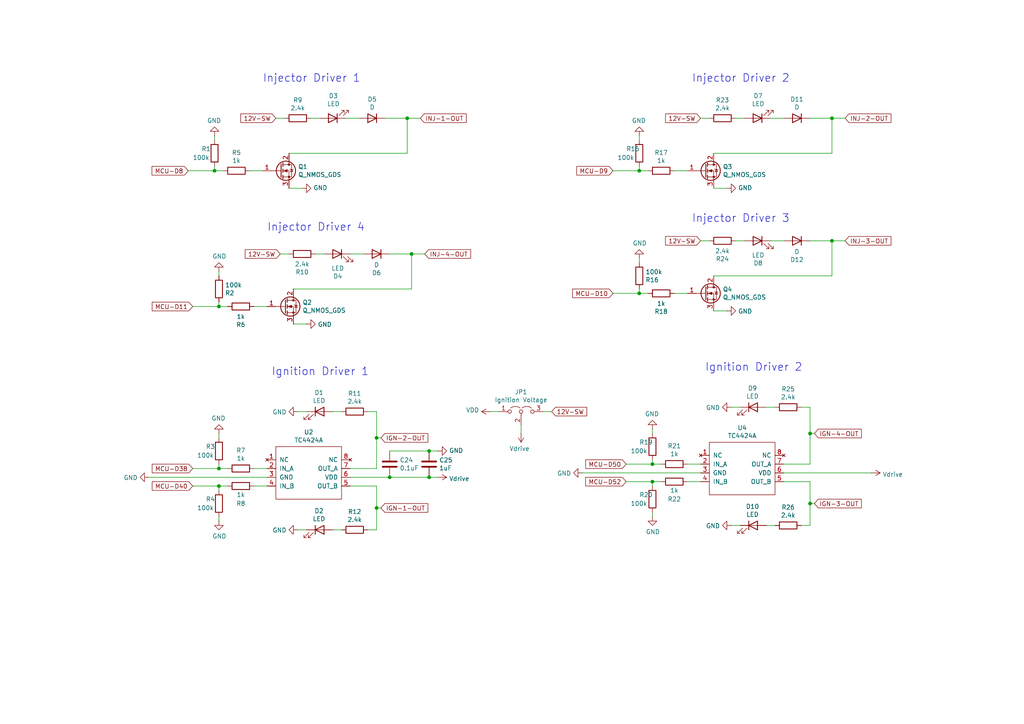
<source format=kicad_sch>
(kicad_sch (version 20250114) (generator "eeschema") (generator_version "9.0")
  (paper "A4")
  (title_block (title "0.4") (date "2021-03-27") (rev "4d") (company "Speeduino"))
  (lib_symbols
    (symbol "Device:C" (pin_numbers (hide yes)) (pin_names (offset 0.254))
      (property "Reference" "C" (at 0.635 2.54 0))
      (property "Value" "C" (at 0.635 -2.54 0))
      (symbol "C_0_1"
        (polyline (pts (xy -2.032 0.762) (xy 2.032 0.762)) (stroke (width 0.508)))
        (polyline (pts (xy -2.032 -0.762) (xy 2.032 -0.762)) (stroke (width 0.508)))
      )
      (symbol "C_1_1"
        (pin passive line (at 0 3.81 270) (length 2.794) (name "~") (number "1"))
        (pin passive line (at 0 -3.81 90) (length 2.794) (name "~") (number "2"))
      )
    )
    (symbol "Device:D" (pin_numbers (hide yes)) (pin_names (offset 1.016) (hide yes))
      (property "Reference" "D" (at 0 2.54 0))
      (property "Value" "D" (at 0 -2.54 0))
      (symbol "D_0_1"
        (polyline (pts (xy -1.27 1.27) (xy -1.27 -1.27)) (stroke (width 0.254)))
        (polyline (pts (xy 1.27 1.27) (xy 1.27 -1.27) (xy -1.27 0) (xy 1.27 1.27)) (stroke (width 0.254)))
        (polyline (pts (xy 1.27 0) (xy -1.27 0)))
      )
      (symbol "D_1_1"
        (pin passive line (at -3.81 0 0) (length 2.54) (name "K") (number "1"))
        (pin passive line (at 3.81 0 180) (length 2.54) (name "A") (number "2"))
      )
    )
    (symbol "Device:LED" (pin_numbers (hide yes)) (pin_names (offset 1.016) (hide yes))
      (property "Reference" "D" (at 0 2.54 0))
      (property "Value" "LED" (at 0 -2.54 0))
      (symbol "LED_0_1"
        (polyline (pts (xy -3.048 -0.762) (xy -4.572 -2.286) (xy -3.81 -2.286) (xy -4.572 -2.286) (xy -4.572 -1.524)))
        (polyline (pts (xy -1.778 -0.762) (xy -3.302 -2.286) (xy -2.54 -2.286) (xy -3.302 -2.286) (xy -3.302 -1.524)))
        (polyline (pts (xy -1.27 0) (xy 1.27 0)))
        (polyline (pts (xy -1.27 -1.27) (xy -1.27 1.27)) (stroke (width 0.254)))
        (polyline (pts (xy 1.27 -1.27) (xy 1.27 1.27) (xy -1.27 0) (xy 1.27 -1.27)) (stroke (width 0.254)))
      )
      (symbol "LED_1_1"
        (pin passive line (at -3.81 0 0) (length 2.54) (name "K") (number "1"))
        (pin passive line (at 3.81 0 180) (length 2.54) (name "A") (number "2"))
      )
    )
    (symbol "Device:Q_NMOS_GDS" (pin_names (offset 0) (hide yes))
      (property "Reference" "Q" (at 5.08 1.27 0))
      (property "Value" "Device_Q_NMOS_GDS" (at 5.08 -1.27 0))
      (symbol "Q_NMOS_GDS_0_1"
        (polyline (pts (xy 0.254 1.905) (xy 0.254 -1.905)) (stroke (width 0.254)))
        (polyline (pts (xy 0.254 0) (xy -2.54 0)))
        (polyline (pts (xy 0.762 2.286) (xy 0.762 1.27)) (stroke (width 0.254)))
        (polyline (pts (xy 0.762 0.508) (xy 0.762 -0.508)) (stroke (width 0.254)))
        (polyline (pts (xy 0.762 -1.27) (xy 0.762 -2.286)) (stroke (width 0.254)))
        (polyline (pts (xy 0.762 -1.778) (xy 3.302 -1.778) (xy 3.302 1.778) (xy 0.762 1.778)))
        (polyline (pts (xy 1.016 0) (xy 2.032 0.381) (xy 2.032 -0.381) (xy 1.016 0)) (fill (type outline)))
        (circle (center 1.651 0) (radius 2.794) (stroke (width 0.254)))
        (polyline (pts (xy 2.54 2.54) (xy 2.54 1.778)))
        (circle (center 2.54 1.778) (radius 0.254) (fill (type outline)))
        (circle (center 2.54 -1.778) (radius 0.254) (fill (type outline)))
        (polyline (pts (xy 2.54 -2.54) (xy 2.54 0) (xy 0.762 0)))
        (polyline (pts (xy 2.794 0.508) (xy 2.921 0.381) (xy 3.683 0.381) (xy 3.81 0.254)))
        (polyline (pts (xy 3.302 0.381) (xy 2.921 -0.254) (xy 3.683 -0.254) (xy 3.302 0.381)))
      )
      (symbol "Q_NMOS_GDS_1_1"
        (pin input line (at -5.08 0 0) (length 2.54) (name "G") (number "1"))
        (pin passive line (at 2.54 5.08 270) (length 2.54) (name "D") (number "2"))
        (pin passive line (at 2.54 -5.08 90) (length 2.54) (name "S") (number "3"))
      )
    )
    (symbol "Device:R" (pin_numbers (hide yes)) (pin_names (offset 0))
      (property "Reference" "R" (at 2.032 0 90))
      (property "Value" "R" (at 0 0 90))
      (symbol "R_0_1"
        (rectangle (start -1.016 -2.54) (end 1.016 2.54) (stroke (width 0.254)))
      )
      (symbol "R_1_1"
        (pin passive line (at 0 3.81 270) (length 1.27) (name "~") (number "1"))
        (pin passive line (at 0 -3.81 90) (length 1.27) (name "~") (number "2"))
      )
    )
    (symbol "IC_Automotive:TC4424A" (pin_names (offset 1.016))
      (property "Reference" "U" (at -7.62 38.1 0))
      (property "Value" "IC_Automotive_TC4424A" (at -15.24 38.1 0))
      (symbol "TC4424A_0_1"
        (rectangle (start -25.4 36.83) (end -6.35 21.59))
      )
      (symbol "TC4424A_1_1"
        (pin no_connect line (at -27.94 33.02 0) (length 2.54) (name "NC") (number "1"))
        (pin input line (at -27.94 30.48 0) (length 2.54) (name "IN_A") (number "2"))
        (pin power_in line (at -27.94 27.94 0) (length 2.54) (name "GND") (number "3"))
        (pin input line (at -27.94 25.4 0) (length 2.54) (name "IN_B") (number "4"))
        (pin no_connect line (at -3.81 33.02 180) (length 2.54) (name "NC") (number "8"))
        (pin output line (at -3.81 30.48 180) (length 2.54) (name "OUT_A") (number "7"))
        (pin power_in line (at -3.81 27.94 180) (length 2.54) (name "VDD") (number "6"))
        (pin input line (at -3.81 25.4 180) (length 2.54) (name "OUT_B") (number "5"))
      )
    )
    (symbol "Jumper:Jumper_3_Open" (pin_names (offset 0) (hide yes)) (in_bom no)
      (property "Reference" "JP" (at -2.54 -2.54 0))
      (property "Value" "Jumper_3_Open" (at 0 2.794 0))
      (symbol "Jumper_3_Open_0_0"
        (circle (center -3.302 0) (radius 0.508))
        (circle (center 0 0) (radius 0.508))
        (circle (center 3.302 0) (radius 0.508))
      )
      (symbol "Jumper_3_Open_0_1"
        (arc (start -3.048 1.016) (mid -1.651 1.4992) (end -0.254 1.016))
        (polyline (pts (xy 0 -0.508) (xy 0 -1.27)))
        (arc (start 0.254 1.016) (mid 1.651 1.4992) (end 3.048 1.016))
      )
      (symbol "Jumper_3_Open_1_1"
        (pin passive line (at -6.35 0 0) (length 2.54) (name "A") (number "1"))
        (pin passive line (at 0 -3.81 90) (length 2.54) (name "C") (number "2"))
        (pin passive line (at 6.35 0 180) (length 2.54) (name "B") (number "3"))
      )
    )
    (symbol "power:GND" (power) (pin_numbers (hide yes)) (pin_names (offset 0) (hide yes))
      (property "Value" "GND" (at 0 -3.81 0))
      (symbol "GND_0_1"
        (polyline (pts (xy 0 0) (xy 0 -1.27) (xy 1.27 -1.27) (xy 0 -2.54) (xy -1.27 -1.27) (xy 0 -1.27)))
      )
      (symbol "GND_1_1"
        (pin power_in line (at 0 0 270) (length 0) (name "~") (number "1"))
      )
    )
    (symbol "power:VDD" (power) (pin_numbers (hide yes)) (pin_names (offset 0) (hide yes))
      (property "Value" "VDD" (at 0 3.556 0))
      (symbol "VDD_0_1"
        (polyline (pts (xy -0.762 1.27) (xy 0 2.54)))
        (polyline (pts (xy 0 2.54) (xy 0.762 1.27)))
        (polyline (pts (xy 0 0) (xy 0 2.54)))
      )
      (symbol "VDD_1_1"
        (pin power_in line (at 0 0 90) (length 0) (name "~") (number "1"))
      )
    )
    (symbol "power:Vdrive" (power) (pin_numbers (hide yes)) (pin_names (offset 0) (hide yes))
      (property "Value" "Vdrive" (at 0 3.556 0))
      (symbol "Vdrive_0_1"
        (polyline (pts (xy -0.762 1.27) (xy 0 2.54)))
        (polyline (pts (xy 0 2.54) (xy 0.762 1.27)))
        (polyline (pts (xy 0 0) (xy 0 2.54)))
      )
      (symbol "Vdrive_1_1"
        (pin power_in line (at 0 0 90) (length 0) (name "~") (number "1"))
      )
    )
  )
  (text "Injector Driver 3" (at 200.66 64.77 0) (effects (font (size 2.2606 2.2606)) (justify left bottom)))
  (text "Ignition Driver 2" (at 204.47 107.95 0) (effects (font (size 2.2606 2.2606)) (justify left bottom)))
  (text "Injector Driver 1" (at 76.2 24.13 0) (effects (font (size 2.2606 2.2606)) (justify left bottom)))
  (text "Injector Driver 2" (at 200.66 24.13 0) (effects (font (size 2.2606 2.2606)) (justify left bottom)))
  (text "Injector Driver 4" (at 77.47 67.31 0) (effects (font (size 2.2606 2.2606)) (justify left bottom)))
  (text "Ignition Driver 1" (at 78.74 109.22 0) (effects (font (size 2.2606 2.2606)) (justify left bottom)))
  (junction (at 113.03 138.43))
  (junction (at 185.42 49.53))
  (junction (at 241.3 69.85))
  (junction (at 62.23 49.53))
  (junction (at 118.11 34.29))
  (junction (at 241.3 34.29))
  (junction (at 63.5 135.89))
  (junction (at 124.46 130.81))
  (junction (at 234.95 146.05))
  (junction (at 234.95 125.73))
  (junction (at 109.22 147.32))
  (junction (at 185.42 85.09))
  (junction (at 109.22 127))
  (junction (at 189.23 134.62))
  (junction (at 63.5 88.9))
  (junction (at 63.5 140.97))
  (junction (at 189.23 139.7))
  (junction (at 124.46 138.43))
  (junction (at 119.38 73.66))
  (wire (pts (xy 185.42 49.53) (xy 187.96 49.53)))
  (wire (pts (xy 54.61 49.53) (xy 62.23 49.53)))
  (wire (pts (xy 199.39 134.62) (xy 203.2 134.62)))
  (wire (pts (xy 185.42 74.93) (xy 185.42 76.2)))
  (wire (pts (xy 73.66 88.9) (xy 77.47 88.9)))
  (wire (pts (xy 144.78 119.38) (xy 142.24 119.38)))
  (wire (pts (xy 234.95 118.11) (xy 234.95 125.73)))
  (wire (pts (xy 185.42 40.64) (xy 185.42 39.37)))
  (wire (pts (xy 199.39 139.7) (xy 203.2 139.7)))
  (wire (pts (xy 177.8 85.09) (xy 185.42 85.09)))
  (wire (pts (xy 109.22 153.67) (xy 109.22 147.32)))
  (wire (pts (xy 236.22 125.73) (xy 234.95 125.73)))
  (wire (pts (xy 119.38 83.82) (xy 119.38 73.66)))
  (wire (pts (xy 72.39 49.53) (xy 76.2 49.53)))
  (wire (pts (xy 189.23 125.73) (xy 189.23 124.46)))
  (wire (pts (xy 189.23 134.62) (xy 191.77 134.62)))
  (wire (pts (xy 91.44 73.66) (xy 93.98 73.66)))
  (wire (pts (xy 223.52 69.85) (xy 227.33 69.85)))
  (wire (pts (xy 96.52 119.38) (xy 99.06 119.38)))
  (wire (pts (xy 189.23 133.35) (xy 189.23 134.62)))
  (wire (pts (xy 123.19 73.66) (xy 119.38 73.66)))
  (wire (pts (xy 63.5 134.62) (xy 63.5 135.89)))
  (wire (pts (xy 85.09 83.82) (xy 119.38 83.82)))
  (wire (pts (xy 88.9 93.98) (xy 85.09 93.98)))
  (wire (pts (xy 227.33 137.16) (xy 252.73 137.16)))
  (wire (pts (xy 222.25 118.11) (xy 224.79 118.11)))
  (wire (pts (xy 121.92 34.29) (xy 118.11 34.29)))
  (wire (pts (xy 73.66 135.89) (xy 77.47 135.89)))
  (wire (pts (xy 63.5 135.89) (xy 66.04 135.89)))
  (wire (pts (xy 127 138.43) (xy 124.46 138.43)))
  (wire (pts (xy 113.03 73.66) (xy 119.38 73.66)))
  (wire (pts (xy 96.52 153.67) (xy 99.06 153.67)))
  (wire (pts (xy 203.2 34.29) (xy 205.74 34.29)))
  (wire (pts (xy 124.46 130.81) (xy 113.03 130.81)))
  (wire (pts (xy 109.22 147.32) (xy 109.22 140.97)))
  (wire (pts (xy 245.11 34.29) (xy 241.3 34.29)))
  (wire (pts (xy 63.5 78.74) (xy 63.5 80.01)))
  (wire (pts (xy 80.01 34.29) (xy 82.55 34.29)))
  (wire (pts (xy 100.33 34.29) (xy 104.14 34.29)))
  (wire (pts (xy 90.17 34.29) (xy 92.71 34.29)))
  (wire (pts (xy 234.95 125.73) (xy 234.95 134.62)))
  (wire (pts (xy 63.5 127) (xy 63.5 125.73)))
  (wire (pts (xy 55.88 88.9) (xy 63.5 88.9)))
  (wire (pts (xy 195.58 49.53) (xy 199.39 49.53)))
  (wire (pts (xy 236.22 146.05) (xy 234.95 146.05)))
  (wire (pts (xy 203.2 69.85) (xy 205.74 69.85)))
  (wire (pts (xy 185.42 85.09) (xy 185.42 83.82)))
  (wire (pts (xy 234.95 34.29) (xy 241.3 34.29)))
  (wire (pts (xy 106.68 153.67) (xy 109.22 153.67)))
  (wire (pts (xy 55.88 140.97) (xy 63.5 140.97)))
  (wire (pts (xy 111.76 34.29) (xy 118.11 34.29)))
  (wire (pts (xy 203.2 137.16) (xy 168.91 137.16)))
  (wire (pts (xy 73.66 140.97) (xy 77.47 140.97)))
  (wire (pts (xy 127 130.81) (xy 124.46 130.81)))
  (wire (pts (xy 187.96 85.09) (xy 185.42 85.09)))
  (wire (pts (xy 213.36 34.29) (xy 215.9 34.29)))
  (wire (pts (xy 207.01 80.01) (xy 241.3 80.01)))
  (wire (pts (xy 212.09 118.11) (xy 214.63 118.11)))
  (wire (pts (xy 62.23 49.53) (xy 64.77 49.53)))
  (wire (pts (xy 185.42 48.26) (xy 185.42 49.53)))
  (wire (pts (xy 207.01 44.45) (xy 241.3 44.45)))
  (wire (pts (xy 63.5 151.13) (xy 63.5 149.86)))
  (wire (pts (xy 86.36 119.38) (xy 88.9 119.38)))
  (wire (pts (xy 83.82 54.61) (xy 87.63 54.61)))
  (wire (pts (xy 86.36 153.67) (xy 88.9 153.67)))
  (wire (pts (xy 118.11 44.45) (xy 118.11 34.29)))
  (wire (pts (xy 55.88 135.89) (xy 63.5 135.89)))
  (wire (pts (xy 109.22 119.38) (xy 109.22 127)))
  (wire (pts (xy 109.22 127) (xy 109.22 135.89)))
  (wire (pts (xy 241.3 80.01) (xy 241.3 69.85)))
  (wire (pts (xy 234.95 152.4) (xy 234.95 146.05)))
  (wire (pts (xy 66.04 88.9) (xy 63.5 88.9)))
  (wire (pts (xy 195.58 85.09) (xy 199.39 85.09)))
  (wire (pts (xy 113.03 138.43) (xy 101.6 138.43)))
  (wire (pts (xy 234.95 146.05) (xy 234.95 139.7)))
  (wire (pts (xy 109.22 135.89) (xy 101.6 135.89)))
  (wire (pts (xy 210.82 90.17) (xy 207.01 90.17)))
  (wire (pts (xy 62.23 48.26) (xy 62.23 49.53)))
  (wire (pts (xy 234.95 139.7) (xy 227.33 139.7)))
  (wire (pts (xy 101.6 73.66) (xy 105.41 73.66)))
  (wire (pts (xy 234.95 134.62) (xy 227.33 134.62)))
  (wire (pts (xy 66.04 140.97) (xy 63.5 140.97)))
  (wire (pts (xy 83.82 44.45) (xy 118.11 44.45)))
  (wire (pts (xy 106.68 119.38) (xy 109.22 119.38)))
  (wire (pts (xy 110.49 127) (xy 109.22 127)))
  (wire (pts (xy 213.36 69.85) (xy 215.9 69.85)))
  (wire (pts (xy 191.77 139.7) (xy 189.23 139.7)))
  (wire (pts (xy 189.23 139.7) (xy 189.23 140.97)))
  (wire (pts (xy 157.48 119.38) (xy 160.02 119.38)))
  (wire (pts (xy 181.61 139.7) (xy 189.23 139.7)))
  (wire (pts (xy 241.3 44.45) (xy 241.3 34.29)))
  (wire (pts (xy 189.23 149.86) (xy 189.23 148.59)))
  (wire (pts (xy 212.09 152.4) (xy 214.63 152.4)))
  (wire (pts (xy 62.23 40.64) (xy 62.23 39.37)))
  (wire (pts (xy 77.47 138.43) (xy 43.18 138.43)))
  (wire (pts (xy 232.41 118.11) (xy 234.95 118.11)))
  (wire (pts (xy 223.52 34.29) (xy 227.33 34.29)))
  (wire (pts (xy 245.11 69.85) (xy 241.3 69.85)))
  (wire (pts (xy 151.13 125.73) (xy 151.13 123.19)))
  (wire (pts (xy 63.5 140.97) (xy 63.5 142.24)))
  (wire (pts (xy 124.46 138.43) (xy 113.03 138.43)))
  (wire (pts (xy 234.95 69.85) (xy 241.3 69.85)))
  (wire (pts (xy 207.01 54.61) (xy 210.82 54.61)))
  (wire (pts (xy 222.25 152.4) (xy 224.79 152.4)))
  (wire (pts (xy 110.49 147.32) (xy 109.22 147.32)))
  (wire (pts (xy 232.41 152.4) (xy 234.95 152.4)))
  (wire (pts (xy 63.5 88.9) (xy 63.5 87.63)))
  (wire (pts (xy 81.28 73.66) (xy 83.82 73.66)))
  (wire (pts (xy 109.22 140.97) (xy 101.6 140.97)))
  (wire (pts (xy 181.61 134.62) (xy 189.23 134.62)))
  (wire (pts (xy 177.8 49.53) (xy 185.42 49.53)))
  (global_label "MCU-D11" (shape input) (at 55.88 88.9 180) (property "Intersheetrefs" "${INTERSHEET_REFS}" (effects (hide yes))))
  (global_label "MCU-D10" (shape input) (at 177.8 85.09 180) (property "Intersheetrefs" "${INTERSHEET_REFS}" (effects (hide yes))))
  (global_label "MCU-D8" (shape input) (at 54.61 49.53 180) (property "Intersheetrefs" "${INTERSHEET_REFS}" (effects (hide yes))))
  (global_label "IGN-2-OUT" (shape input) (at 110.49 127 0) (property "Intersheetrefs" "${INTERSHEET_REFS}" (effects (hide yes))))
  (global_label "MCU-D40" (shape input) (at 55.88 140.97 180) (property "Intersheetrefs" "${INTERSHEET_REFS}" (effects (hide yes))))
  (global_label "12V-SW" (shape input) (at 80.01 34.29 180) (property "Intersheetrefs" "${INTERSHEET_REFS}" (effects (hide yes))))
  (global_label "12V-SW" (shape input) (at 203.2 69.85 180) (property "Intersheetrefs" "${INTERSHEET_REFS}" (effects (hide yes))))
  (global_label "12V-SW" (shape input) (at 160.02 119.38 0) (property "Intersheetrefs" "${INTERSHEET_REFS}" (effects (hide yes))))
  (global_label "MCU-D52" (shape input) (at 181.61 139.7 180) (property "Intersheetrefs" "${INTERSHEET_REFS}" (effects (hide yes))))
  (global_label "12V-SW" (shape input) (at 81.28 73.66 180) (property "Intersheetrefs" "${INTERSHEET_REFS}" (effects (hide yes))))
  (global_label "IGN-4-OUT" (shape input) (at 236.22 125.73 0) (property "Intersheetrefs" "${INTERSHEET_REFS}" (effects (hide yes))))
  (global_label "INJ-2-OUT" (shape input) (at 245.11 34.29 0) (property "Intersheetrefs" "${INTERSHEET_REFS}" (effects (hide yes))))
  (global_label "MCU-D50" (shape input) (at 181.61 134.62 180) (property "Intersheetrefs" "${INTERSHEET_REFS}" (effects (hide yes))))
  (global_label "INJ-4-OUT" (shape input) (at 123.19 73.66 0) (property "Intersheetrefs" "${INTERSHEET_REFS}" (effects (hide yes))))
  (global_label "INJ-1-OUT" (shape input) (at 121.92 34.29 0) (property "Intersheetrefs" "${INTERSHEET_REFS}" (effects (hide yes))))
  (global_label "IGN-3-OUT" (shape input) (at 236.22 146.05 0) (property "Intersheetrefs" "${INTERSHEET_REFS}" (effects (hide yes))))
  (global_label "MCU-D38" (shape input) (at 55.88 135.89 180) (property "Intersheetrefs" "${INTERSHEET_REFS}" (effects (hide yes))))
  (global_label "12V-SW" (shape input) (at 203.2 34.29 180) (property "Intersheetrefs" "${INTERSHEET_REFS}" (effects (hide yes))))
  (global_label "MCU-D9" (shape input) (at 177.8 49.53 180) (property "Intersheetrefs" "${INTERSHEET_REFS}" (effects (hide yes))))
  (global_label "INJ-3-OUT" (shape input) (at 245.11 69.85 0) (property "Intersheetrefs" "${INTERSHEET_REFS}" (effects (hide yes))))
  (global_label "IGN-1-OUT" (shape input) (at 110.49 147.32 0) (property "Intersheetrefs" "${INTERSHEET_REFS}" (effects (hide yes))))
  (symbol (lib_id "power:GND") (at 87.63 54.61 90) (unit 1)
    (property "Reference" "#PWR010" (effects (hide yes)))
    (property "Value" "GND" (at 90.8812 54.483 90) (effects (justify right)))
  )
  (symbol (lib_id "power:GND") (at 88.9 93.98 90) (mirror x) (unit 1)
    (property "Reference" "#PWR011" (effects (hide yes)))
    (property "Value" "GND" (at 92.1512 94.107 90) (effects (justify right)))
  )
  (symbol (lib_id "Device:R") (at 68.58 49.53 270) (unit 1)
    (property "Reference" "R5" (at 68.58 44.2722 90))
    (property "Value" "1k" (at 68.58 46.5836 90))
    (property "Footprint" "Resistor_THT:R_Axial_DIN0204_L3.6mm_D1.6mm_P5.08mm_Horizontal" (effects (hide yes)))
    (property "Digikey Part Number" "BC1.00KXCT-ND" (effects (hide yes)))
    (property "Manufacturer_Name" "Vishay" (effects (hide yes)))
    (property "Manufacturer_Part_Number" "MBA02040C1001FRP00" (effects (hide yes)))
  )
  (symbol (lib_id "Device:R") (at 69.85 88.9 270) (mirror x) (unit 1)
    (property "Reference" "R6" (at 69.85 94.1578 90))
    (property "Value" "1k" (at 69.85 91.8464 90))
    (property "Footprint" "Resistor_THT:R_Axial_DIN0204_L3.6mm_D1.6mm_P5.08mm_Horizontal" (effects (hide yes)))
    (property "Digikey Part Number" "BC1.00KXCT-ND" (effects (hide yes)))
    (property "Manufacturer_Name" "Vishay" (effects (hide yes)))
    (property "Manufacturer_Part_Number" "MBA02040C1001FRP00" (effects (hide yes)))
  )
  (symbol (lib_id "Device:R") (at 62.23 44.45 180) (unit 1)
    (property "Reference" "R1" (at 58.42 43.18 0) (effects (justify right)))
    (property "Value" "100k" (at 55.88 45.72 0) (effects (justify right)))
    (property "Footprint" "Resistor_THT:R_Axial_DIN0204_L3.6mm_D1.6mm_P5.08mm_Horizontal" (effects (hide yes)))
    (property "Digikey Part Number" "BC3240CT-ND" (effects (hide yes)))
    (property "Manufacturer_Name" "Vishay" (effects (hide yes)))
    (property "Manufacturer_Part_Number" "MBA02040C1003FCT00" (effects (hide yes)))
    (property "URL" "https://www.digikey.com.au/product-detail/en/vishay-beyschlag-draloric-bc-components/MBA02040C1003FCT00/BC3240CT-ND/6138743" (effects (hide yes)))
  )
  (symbol (lib_id "Device:R") (at 63.5 83.82 0) (mirror y) (unit 1)
    (property "Reference" "R2" (at 65.278 84.9884 0) (effects (justify right)))
    (property "Value" "100k" (at 65.278 82.677 0) (effects (justify right)))
    (property "Footprint" "Resistor_THT:R_Axial_DIN0204_L3.6mm_D1.6mm_P5.08mm_Horizontal" (effects (hide yes)))
    (property "Digikey Part Number" "BC3240CT-ND" (effects (hide yes)))
    (property "Manufacturer_Name" "Vishay" (effects (hide yes)))
    (property "Manufacturer_Part_Number" "MBA02040C1003FCT00" (effects (hide yes)))
    (property "URL" "https://www.digikey.com.au/product-detail/en/vishay-beyschlag-draloric-bc-components/MBA02040C1003FCT00/BC3240CT-ND/6138743" (effects (hide yes)))
  )
  (symbol (lib_id "power:GND") (at 62.23 39.37 180) (unit 1)
    (property "Reference" "#PWR04" (effects (hide yes)))
    (property "Value" "GND" (at 62.103 34.9758 0))
  )
  (symbol (lib_id "power:GND") (at 63.5 78.74 0) (mirror x) (unit 1)
    (property "Reference" "#PWR05" (effects (hide yes)))
    (property "Value" "GND" (at 63.627 74.3458 0))
  )
  (symbol (lib_id "Device:R") (at 87.63 73.66 270) (mirror x) (unit 1)
    (property "Reference" "R10" (at 87.63 78.9178 90))
    (property "Value" "2.4k" (at 87.63 76.6064 90))
    (property "Footprint" "Resistor_THT:R_Axial_DIN0204_L3.6mm_D1.6mm_P5.08mm_Horizontal" (effects (hide yes)))
    (property "Digikey Part Number" "BC3483CT-ND" (effects (hide yes)))
    (property "Manufacturer_Name" "Vishay" (effects (hide yes)))
    (property "Manufacturer_Part_Number" "MBA02040C2401FC100" (effects (hide yes)))
    (property "URL" "https://www.digikey.com.au/product-detail/en/vishay-beyschlag-draloric-bc-components/MBA02040C2401FC100/BC3483CT-ND/7350913" (effects (hide yes)))
  )
  (symbol (lib_id "Device:LED") (at 97.79 73.66 0) (mirror y) (unit 1)
    (property "Reference" "D4" (at 97.9678 80.137 0))
    (property "Value" "LED" (at 97.9678 77.8256 0))
    (property "Footprint" "LED_THT:LED_D3.0mm" (effects (hide yes)))
    (property "Digikey Part Number" "732-5005-ND" (effects (hide yes)))
    (property "Manufacturer_Name" "Wurth" (effects (hide yes)))
    (property "Manufacturer_Part_Number" "151031SS04000" (effects (hide yes)))
    (property "URL" "https://www.digikey.com.au/product-detail/en/w%C3%BCrth-elektronik/151031SS04000/732-5005-ND/4489979" (effects (hide yes)))
  )
  (symbol (lib_id "Device:R") (at 86.36 34.29 270) (unit 1)
    (property "Reference" "R9" (at 86.36 29.0322 90))
    (property "Value" "2.4k" (at 86.36 31.3436 90))
    (property "Footprint" "Resistor_THT:R_Axial_DIN0204_L3.6mm_D1.6mm_P5.08mm_Horizontal" (effects (hide yes)))
    (property "Digikey Part Number" "BC3483CT-ND" (effects (hide yes)))
    (property "Manufacturer_Name" "Vishay" (effects (hide yes)))
    (property "Manufacturer_Part_Number" "MBA02040C2401FC100" (effects (hide yes)))
    (property "URL" "https://www.digikey.com.au/product-detail/en/vishay-beyschlag-draloric-bc-components/MBA02040C2401FC100/BC3483CT-ND/7350913" (effects (hide yes)))
  )
  (symbol (lib_id "Device:LED") (at 96.52 34.29 180) (unit 1)
    (property "Reference" "D3" (at 96.6978 27.813 0))
    (property "Value" "LED" (at 96.6978 30.1244 0))
    (property "Footprint" "LED_THT:LED_D3.0mm" (effects (hide yes)))
    (property "Digikey Part Number" "732-5005-ND" (effects (hide yes)))
    (property "Manufacturer_Name" "Wurth" (effects (hide yes)))
    (property "Manufacturer_Part_Number" "151031SS04000" (effects (hide yes)))
    (property "URL" "https://www.digikey.com.au/product-detail/en/w%C3%BCrth-elektronik/151031SS04000/732-5005-ND/4489979" (effects (hide yes)))
  )
  (symbol (lib_id "power:GND") (at 210.82 54.61 90) (unit 1)
    (property "Reference" "#PWR020" (effects (hide yes)))
    (property "Value" "GND" (at 214.0712 54.483 90) (effects (justify right)))
  )
  (symbol (lib_id "power:GND") (at 210.82 90.17 90) (mirror x) (unit 1)
    (property "Reference" "#PWR021" (effects (hide yes)))
    (property "Value" "GND" (at 214.0712 90.297 90) (effects (justify right)))
  )
  (symbol (lib_id "Device:R") (at 191.77 49.53 270) (unit 1)
    (property "Reference" "R17" (at 191.77 44.2722 90))
    (property "Value" "1k" (at 191.77 46.5836 90))
    (property "Footprint" "Resistor_THT:R_Axial_DIN0204_L3.6mm_D1.6mm_P5.08mm_Horizontal" (effects (hide yes)))
    (property "Digikey Part Number" "BC1.00KXCT-ND" (effects (hide yes)))
    (property "Manufacturer_Name" "Vishay" (effects (hide yes)))
    (property "Manufacturer_Part_Number" "MBA02040C1001FRP00" (effects (hide yes)))
  )
  (symbol (lib_id "Device:R") (at 191.77 85.09 270) (mirror x) (unit 1)
    (property "Reference" "R18" (at 191.77 90.3478 90))
    (property "Value" "1k" (at 191.77 88.0364 90))
    (property "Footprint" "Resistor_THT:R_Axial_DIN0204_L3.6mm_D1.6mm_P5.08mm_Horizontal" (effects (hide yes)))
    (property "Digikey Part Number" "BC1.00KXCT-ND" (effects (hide yes)))
    (property "Manufacturer_Name" "Vishay" (effects (hide yes)))
    (property "Manufacturer_Part_Number" "MBA02040C1001FRP00" (effects (hide yes)))
  )
  (symbol (lib_id "Device:R") (at 185.42 44.45 180) (unit 1)
    (property "Reference" "R15" (at 181.61 43.18 0) (effects (justify right)))
    (property "Value" "100k" (at 179.07 45.72 0) (effects (justify right)))
    (property "Footprint" "Resistor_THT:R_Axial_DIN0204_L3.6mm_D1.6mm_P5.08mm_Horizontal" (effects (hide yes)))
    (property "Digikey Part Number" "BC3240CT-ND" (effects (hide yes)))
    (property "Manufacturer_Name" "Vishay" (effects (hide yes)))
    (property "Manufacturer_Part_Number" "MBA02040C1003FCT00" (effects (hide yes)))
    (property "URL" "https://www.digikey.com.au/product-detail/en/vishay-beyschlag-draloric-bc-components/MBA02040C1003FCT00/BC3240CT-ND/6138743" (effects (hide yes)))
  )
  (symbol (lib_id "Device:R") (at 185.42 80.01 0) (mirror y) (unit 1)
    (property "Reference" "R16" (at 187.198 81.1784 0) (effects (justify right)))
    (property "Value" "100k" (at 187.198 78.867 0) (effects (justify right)))
    (property "Footprint" "Resistor_THT:R_Axial_DIN0204_L3.6mm_D1.6mm_P5.08mm_Horizontal" (effects (hide yes)))
    (property "Digikey Part Number" "BC3240CT-ND" (effects (hide yes)))
    (property "Manufacturer_Name" "Vishay" (effects (hide yes)))
    (property "Manufacturer_Part_Number" "MBA02040C1003FCT00" (effects (hide yes)))
    (property "URL" "https://www.digikey.com.au/product-detail/en/vishay-beyschlag-draloric-bc-components/MBA02040C1003FCT00/BC3240CT-ND/6138743" (effects (hide yes)))
  )
  (symbol (lib_id "power:GND") (at 185.42 39.37 180) (unit 1)
    (property "Reference" "#PWR014" (effects (hide yes)))
    (property "Value" "GND" (at 185.293 34.9758 0))
  )
  (symbol (lib_id "power:GND") (at 185.42 74.93 0) (mirror x) (unit 1)
    (property "Reference" "#PWR015" (effects (hide yes)))
    (property "Value" "GND" (at 185.547 70.5358 0))
  )
  (symbol (lib_id "Device:R") (at 209.55 69.85 270) (mirror x) (unit 1)
    (property "Reference" "R24" (at 209.55 75.1078 90))
    (property "Value" "2.4k" (at 209.55 72.7964 90))
    (property "Footprint" "Resistor_THT:R_Axial_DIN0204_L3.6mm_D1.6mm_P5.08mm_Horizontal" (effects (hide yes)))
    (property "Digikey Part Number" "BC3483CT-ND" (effects (hide yes)))
    (property "Manufacturer_Name" "Vishay" (effects (hide yes)))
    (property "Manufacturer_Part_Number" "MBA02040C2401FC100" (effects (hide yes)))
    (property "URL" "https://www.digikey.com.au/product-detail/en/vishay-beyschlag-draloric-bc-components/MBA02040C2401FC100/BC3483CT-ND/7350913" (effects (hide yes)))
  )
  (symbol (lib_id "Device:LED") (at 219.71 69.85 0) (mirror y) (unit 1)
    (property "Reference" "D8" (at 219.8878 76.327 0))
    (property "Value" "LED" (at 219.8878 74.0156 0))
    (property "Footprint" "LED_THT:LED_D3.0mm" (effects (hide yes)))
    (property "Digikey Part Number" "732-5005-ND" (effects (hide yes)))
    (property "Manufacturer_Name" "Wurth" (effects (hide yes)))
    (property "Manufacturer_Part_Number" "151031SS04000" (effects (hide yes)))
    (property "URL" "https://www.digikey.com.au/product-detail/en/w%C3%BCrth-elektronik/151031SS04000/732-5005-ND/4489979" (effects (hide yes)))
  )
  (symbol (lib_id "Device:R") (at 209.55 34.29 270) (unit 1)
    (property "Reference" "R23" (at 209.55 29.0322 90))
    (property "Value" "2.4k" (at 209.55 31.3436 90))
    (property "Footprint" "Resistor_THT:R_Axial_DIN0204_L3.6mm_D1.6mm_P5.08mm_Horizontal" (effects (hide yes)))
    (property "Digikey Part Number" "BC3483CT-ND" (effects (hide yes)))
    (property "Manufacturer_Name" "Vishay" (effects (hide yes)))
    (property "Manufacturer_Part_Number" "MBA02040C2401FC100" (effects (hide yes)))
    (property "URL" "https://www.digikey.com.au/product-detail/en/vishay-beyschlag-draloric-bc-components/MBA02040C2401FC100/BC3483CT-ND/7350913" (effects (hide yes)))
  )
  (symbol (lib_id "Device:LED") (at 219.71 34.29 180) (unit 1)
    (property "Reference" "D7" (at 219.8878 27.813 0))
    (property "Value" "LED" (at 219.8878 30.1244 0))
    (property "Footprint" "LED_THT:LED_D3.0mm" (effects (hide yes)))
    (property "Digikey Part Number" "732-5005-ND" (effects (hide yes)))
    (property "Manufacturer_Name" "Wurth" (effects (hide yes)))
    (property "Manufacturer_Part_Number" "151031SS04000" (effects (hide yes)))
    (property "URL" "https://www.digikey.com.au/product-detail/en/w%C3%BCrth-elektronik/151031SS04000/732-5005-ND/4489979" (effects (hide yes)))
  )
  (symbol (lib_id "Device:R") (at 69.85 135.89 270) (unit 1)
    (property "Reference" "R7" (at 69.85 130.6322 90))
    (property "Value" "1k" (at 69.85 132.9436 90))
    (property "Footprint" "Resistor_THT:R_Axial_DIN0204_L3.6mm_D1.6mm_P5.08mm_Horizontal" (effects (hide yes)))
    (property "Digikey Part Number" "BC1.00KXCT-ND" (effects (hide yes)))
    (property "Manufacturer_Name" "Vishay" (effects (hide yes)))
    (property "Manufacturer_Part_Number" "MBA02040C1001FRP00" (effects (hide yes)))
  )
  (symbol (lib_id "Device:R") (at 69.85 140.97 270) (unit 1)
    (property "Reference" "R8" (at 69.85 146.05 90))
    (property "Value" "1k" (at 69.85 143.51 90))
    (property "Footprint" "Resistor_THT:R_Axial_DIN0204_L3.6mm_D1.6mm_P5.08mm_Horizontal" (effects (hide yes)))
    (property "Digikey Part Number" "BC1.00KXCT-ND" (effects (hide yes)))
    (property "Manufacturer_Name" "Vishay" (effects (hide yes)))
    (property "Manufacturer_Part_Number" "MBA02040C1001FRP00" (effects (hide yes)))
  )
  (symbol (lib_id "Device:R") (at 63.5 130.81 180) (unit 1)
    (property "Reference" "R3" (at 59.69 129.54 0) (effects (justify right)))
    (property "Value" "100k" (at 57.15 132.08 0) (effects (justify right)))
    (property "Footprint" "Resistor_THT:R_Axial_DIN0204_L3.6mm_D1.6mm_P5.08mm_Horizontal" (effects (hide yes)))
    (property "Digikey Part Number" "BC3240CT-ND" (effects (hide yes)))
    (property "Manufacturer_Name" "Vishay" (effects (hide yes)))
    (property "Manufacturer_Part_Number" "MBA02040C1003FCT00" (effects (hide yes)))
    (property "URL" "https://www.digikey.com.au/product-detail/en/vishay-beyschlag-draloric-bc-components/MBA02040C1003FCT00/BC3240CT-ND/6138743" (effects (hide yes)))
  )
  (symbol (lib_id "Device:R") (at 63.5 146.05 180) (unit 1)
    (property "Reference" "R4" (at 59.69 144.78 0) (effects (justify right)))
    (property "Value" "100k" (at 57.15 147.32 0) (effects (justify right)))
    (property "Footprint" "Resistor_THT:R_Axial_DIN0204_L3.6mm_D1.6mm_P5.08mm_Horizontal" (effects (hide yes)))
    (property "Digikey Part Number" "BC3240CT-ND" (effects (hide yes)))
    (property "Manufacturer_Name" "Vishay" (effects (hide yes)))
    (property "Manufacturer_Part_Number" "MBA02040C1003FCT00" (effects (hide yes)))
    (property "URL" "https://www.digikey.com.au/product-detail/en/vishay-beyschlag-draloric-bc-components/MBA02040C1003FCT00/BC3240CT-ND/6138743" (effects (hide yes)))
  )
  (symbol (lib_id "power:GND") (at 63.5 125.73 180) (unit 1)
    (property "Reference" "#PWR06" (effects (hide yes)))
    (property "Value" "GND" (at 63.373 121.3358 0))
  )
  (symbol (lib_id "power:GND") (at 63.5 151.13 0) (unit 1)
    (property "Reference" "#PWR07" (effects (hide yes)))
    (property "Value" "GND" (at 63.627 155.5242 0))
  )
  (symbol (lib_id "power:GND") (at 43.18 138.43 270) (unit 1)
    (property "Reference" "#PWR03" (effects (hide yes)))
    (property "Value" "GND" (at 39.9288 138.557 90) (effects (justify right)))
  )
  (symbol (lib_id "Device:LED") (at 92.71 119.38 0) (unit 1)
    (property "Reference" "D1" (at 92.5322 113.8936 0))
    (property "Value" "LED" (at 92.5322 116.205 0))
    (property "Footprint" "LED_THT:LED_D3.0mm" (effects (hide yes)))
    (property "Digikey Part Number" "732-5005-ND" (effects (hide yes)))
    (property "Manufacturer_Name" "Wurth" (effects (hide yes)))
    (property "Manufacturer_Part_Number" "151031SS04000" (effects (hide yes)))
    (property "URL" "https://www.digikey.com.au/product-detail/en/w%C3%BCrth-elektronik/151031SS04000/732-5005-ND/4489979" (effects (hide yes)))
  )
  (symbol (lib_id "power:GND") (at 86.36 119.38 270) (unit 1)
    (property "Reference" "#PWR08" (effects (hide yes)))
    (property "Value" "GND" (at 83.1088 119.507 90) (effects (justify right)))
  )
  (symbol (lib_id "Device:R") (at 102.87 119.38 270) (unit 1)
    (property "Reference" "R11" (at 102.87 114.1222 90))
    (property "Value" "2.4k" (at 102.87 116.4336 90))
    (property "Footprint" "Resistor_THT:R_Axial_DIN0204_L3.6mm_D1.6mm_P5.08mm_Horizontal" (effects (hide yes)))
    (property "Digikey Part Number" "BC3483CT-ND" (effects (hide yes)))
    (property "Manufacturer_Name" "Vishay" (effects (hide yes)))
    (property "Manufacturer_Part_Number" "MBA02040C2401FC100" (effects (hide yes)))
    (property "URL" "https://www.digikey.com.au/product-detail/en/vishay-beyschlag-draloric-bc-components/MBA02040C2401FC100/BC3483CT-ND/7350913" (effects (hide yes)))
  )
  (symbol (lib_id "power:VDD") (at 142.24 119.38 90) (unit 1)
    (property "Reference" "#PWR012" (effects (hide yes)))
    (property "Value" "VDD" (at 138.9888 118.9482 90) (effects (justify left)))
  )
  (symbol (lib_id "Device:LED") (at 92.71 153.67 0) (unit 1)
    (property "Reference" "D2" (at 92.5322 148.1836 0))
    (property "Value" "LED" (at 92.5322 150.495 0))
    (property "Footprint" "LED_THT:LED_D3.0mm" (effects (hide yes)))
    (property "Digikey Part Number" "732-5005-ND" (effects (hide yes)))
    (property "Manufacturer_Name" "Wurth" (effects (hide yes)))
    (property "Manufacturer_Part_Number" "151031SS04000" (effects (hide yes)))
    (property "URL" "https://www.digikey.com.au/product-detail/en/w%C3%BCrth-elektronik/151031SS04000/732-5005-ND/4489979" (effects (hide yes)))
  )
  (symbol (lib_id "power:GND") (at 86.36 153.67 270) (unit 1)
    (property "Reference" "#PWR09" (effects (hide yes)))
    (property "Value" "GND" (at 83.1088 153.797 90) (effects (justify right)))
  )
  (symbol (lib_id "Device:R") (at 102.87 153.67 270) (unit 1)
    (property "Reference" "R12" (at 102.87 148.4122 90))
    (property "Value" "2.4k" (at 102.87 150.7236 90))
    (property "Footprint" "Resistor_THT:R_Axial_DIN0204_L3.6mm_D1.6mm_P5.08mm_Horizontal" (effects (hide yes)))
    (property "Digikey Part Number" "BC3483CT-ND" (effects (hide yes)))
    (property "Manufacturer_Name" "Vishay" (effects (hide yes)))
    (property "Manufacturer_Part_Number" "MBA02040C2401FC100" (effects (hide yes)))
    (property "URL" "https://www.digikey.com.au/product-detail/en/vishay-beyschlag-draloric-bc-components/MBA02040C2401FC100/BC3483CT-ND/7350913" (effects (hide yes)))
  )
  (symbol (lib_id "Device:R") (at 195.58 134.62 270) (unit 1)
    (property "Reference" "R21" (at 195.58 129.3622 90))
    (property "Value" "1k" (at 195.58 131.6736 90))
    (property "Footprint" "Resistor_THT:R_Axial_DIN0204_L3.6mm_D1.6mm_P5.08mm_Horizontal" (effects (hide yes)))
    (property "Digikey Part Number" "BC1.00KXCT-ND" (effects (hide yes)))
    (property "Manufacturer_Name" "Vishay" (effects (hide yes)))
    (property "Manufacturer_Part_Number" "MBA02040C1001FRP00" (effects (hide yes)))
  )
  (symbol (lib_id "Device:R") (at 195.58 139.7 270) (unit 1)
    (property "Reference" "R22" (at 195.58 144.78 90))
    (property "Value" "1k" (at 195.58 142.24 90))
    (property "Footprint" "Resistor_THT:R_Axial_DIN0204_L3.6mm_D1.6mm_P5.08mm_Horizontal" (effects (hide yes)))
    (property "Digikey Part Number" "BC1.00KXCT-ND" (effects (hide yes)))
    (property "Manufacturer_Name" "Vishay" (effects (hide yes)))
    (property "Manufacturer_Part_Number" "MBA02040C1001FRP00" (effects (hide yes)))
  )
  (symbol (lib_id "Device:R") (at 189.23 129.54 180) (unit 1)
    (property "Reference" "R19" (at 185.42 128.27 0) (effects (justify right)))
    (property "Value" "100k" (at 182.88 130.81 0) (effects (justify right)))
    (property "Footprint" "Resistor_THT:R_Axial_DIN0204_L3.6mm_D1.6mm_P5.08mm_Horizontal" (effects (hide yes)))
    (property "Digikey Part Number" "BC3240CT-ND" (effects (hide yes)))
    (property "Manufacturer_Name" "Vishay" (effects (hide yes)))
    (property "Manufacturer_Part_Number" "MBA02040C1003FCT00" (effects (hide yes)))
    (property "URL" "https://www.digikey.com.au/product-detail/en/vishay-beyschlag-draloric-bc-components/MBA02040C1003FCT00/BC3240CT-ND/6138743" (effects (hide yes)))
  )
  (symbol (lib_id "Device:R") (at 189.23 144.78 180) (unit 1)
    (property "Reference" "R20" (at 185.42 143.51 0) (effects (justify right)))
    (property "Value" "100k" (at 182.88 146.05 0) (effects (justify right)))
    (property "Footprint" "Resistor_THT:R_Axial_DIN0204_L3.6mm_D1.6mm_P5.08mm_Horizontal" (effects (hide yes)))
    (property "Digikey Part Number" "BC3240CT-ND" (effects (hide yes)))
    (property "Manufacturer_Name" "Vishay" (effects (hide yes)))
    (property "Manufacturer_Part_Number" "MBA02040C1003FCT00" (effects (hide yes)))
    (property "URL" "https://www.digikey.com.au/product-detail/en/vishay-beyschlag-draloric-bc-components/MBA02040C1003FCT00/BC3240CT-ND/6138743" (effects (hide yes)))
  )
  (symbol (lib_id "power:GND") (at 189.23 124.46 180) (unit 1)
    (property "Reference" "#PWR016" (effects (hide yes)))
    (property "Value" "GND" (at 189.103 120.0658 0))
  )
  (symbol (lib_id "power:GND") (at 189.23 149.86 0) (unit 1)
    (property "Reference" "#PWR017" (effects (hide yes)))
    (property "Value" "GND" (at 189.357 154.2542 0))
  )
  (symbol (lib_id "power:GND") (at 168.91 137.16 270) (unit 1)
    (property "Reference" "#PWR013" (effects (hide yes)))
    (property "Value" "GND" (at 165.6588 137.287 90) (effects (justify right)))
  )
  (symbol (lib_id "Device:LED") (at 218.44 118.11 0) (unit 1)
    (property "Reference" "D9" (at 218.2622 112.6236 0))
    (property "Value" "LED" (at 218.2622 114.935 0))
    (property "Footprint" "LED_THT:LED_D3.0mm" (effects (hide yes)))
    (property "Digikey Part Number" "732-5005-ND" (effects (hide yes)))
    (property "Manufacturer_Name" "Wurth" (effects (hide yes)))
    (property "Manufacturer_Part_Number" "151031SS04000" (effects (hide yes)))
    (property "URL" "https://www.digikey.com.au/product-detail/en/w%C3%BCrth-elektronik/151031SS04000/732-5005-ND/4489979" (effects (hide yes)))
  )
  (symbol (lib_id "power:GND") (at 212.09 118.11 270) (unit 1)
    (property "Reference" "#PWR018" (effects (hide yes)))
    (property "Value" "GND" (at 208.8388 118.237 90) (effects (justify right)))
  )
  (symbol (lib_id "Device:R") (at 228.6 118.11 270) (unit 1)
    (property "Reference" "R25" (at 228.6 112.8522 90))
    (property "Value" "2.4k" (at 228.6 115.1636 90))
    (property "Footprint" "Resistor_THT:R_Axial_DIN0204_L3.6mm_D1.6mm_P5.08mm_Horizontal" (effects (hide yes)))
    (property "Digikey Part Number" "BC3483CT-ND" (effects (hide yes)))
    (property "Manufacturer_Name" "Vishay" (effects (hide yes)))
    (property "Manufacturer_Part_Number" "MBA02040C2401FC100" (effects (hide yes)))
    (property "URL" "https://www.digikey.com.au/product-detail/en/vishay-beyschlag-draloric-bc-components/MBA02040C2401FC100/BC3483CT-ND/7350913" (effects (hide yes)))
  )
  (symbol (lib_id "Device:LED") (at 218.44 152.4 0) (unit 1)
    (property "Reference" "D10" (at 218.2622 146.9136 0))
    (property "Value" "LED" (at 218.2622 149.225 0))
    (property "Footprint" "LED_THT:LED_D3.0mm" (effects (hide yes)))
    (property "Digikey Part Number" "732-5005-ND" (effects (hide yes)))
    (property "Manufacturer_Name" "Wurth" (effects (hide yes)))
    (property "Manufacturer_Part_Number" "151031SS04000" (effects (hide yes)))
    (property "URL" "https://www.digikey.com.au/product-detail/en/w%C3%BCrth-elektronik/151031SS04000/732-5005-ND/4489979" (effects (hide yes)))
  )
  (symbol (lib_id "power:GND") (at 212.09 152.4 270) (unit 1)
    (property "Reference" "#PWR019" (effects (hide yes)))
    (property "Value" "GND" (at 208.8388 152.527 90) (effects (justify right)))
  )
  (symbol (lib_id "Device:R") (at 228.6 152.4 270) (unit 1)
    (property "Reference" "R26" (at 228.6 147.1422 90))
    (property "Value" "2.4k" (at 228.6 149.4536 90))
    (property "Footprint" "Resistor_THT:R_Axial_DIN0204_L3.6mm_D1.6mm_P5.08mm_Horizontal" (effects (hide yes)))
    (property "Digikey Part Number" "BC3483CT-ND" (effects (hide yes)))
    (property "Manufacturer_Name" "Vishay" (effects (hide yes)))
    (property "Manufacturer_Part_Number" "MBA02040C2401FC100" (effects (hide yes)))
    (property "URL" "https://www.digikey.com.au/product-detail/en/vishay-beyschlag-draloric-bc-components/MBA02040C2401FC100/BC3483CT-ND/7350913" (effects (hide yes)))
  )
  (symbol (lib_id "Device:D") (at 231.14 69.85 0) (mirror y) (unit 1)
    (property "Reference" "D12" (at 231.14 75.3364 0))
    (property "Value" "D" (at 231.14 73.025 0))
    (property "Footprint" "Diode_THT:D_DO-35_SOD27_P7.62mm_Horizontal" (effects (hide yes)))
    (property "Digikey Part Number" "1N914TAPGICT-ND" (effects (hide yes)))
    (property "Manufacturer_Name" "Vishay" (effects (hide yes)))
    (property "Manufacturer_Part_Number" "1N914TAP" (effects (hide yes)))
    (property "URL" "https://www.digikey.com.au/product-detail/en/vishay-general-semiconductor-diodes-division/1N914TAP/1N914TAPGICT-ND/8564478" (effects (hide yes)))
  )
  (symbol (lib_id "Device:D") (at 231.14 34.29 180) (unit 1)
    (property "Reference" "D11" (at 231.14 28.8036 0))
    (property "Value" "D" (at 231.14 31.115 0))
    (property "Footprint" "Diode_THT:D_DO-35_SOD27_P7.62mm_Horizontal" (effects (hide yes)))
    (property "Digikey Part Number" "1N914TAPGICT-ND" (effects (hide yes)))
    (property "Manufacturer_Name" "Vishay" (effects (hide yes)))
    (property "Manufacturer_Part_Number" "1N914TAP" (effects (hide yes)))
    (property "URL" "https://www.digikey.com.au/product-detail/en/vishay-general-semiconductor-diodes-division/1N914TAP/1N914TAPGICT-ND/8564478" (effects (hide yes)))
  )
  (symbol (lib_id "Device:D") (at 107.95 34.29 180) (unit 1)
    (property "Reference" "D5" (at 107.95 28.8036 0))
    (property "Value" "D" (at 107.95 31.115 0))
    (property "Footprint" "Diode_THT:D_DO-35_SOD27_P7.62mm_Horizontal" (effects (hide yes)))
    (property "Digikey Part Number" "1N914TAPGICT-ND" (effects (hide yes)))
    (property "Manufacturer_Name" "Vishay" (effects (hide yes)))
    (property "Manufacturer_Part_Number" "1N914TAP" (effects (hide yes)))
    (property "URL" "https://www.digikey.com.au/product-detail/en/vishay-general-semiconductor-diodes-division/1N914TAP/1N914TAPGICT-ND/8564478" (effects (hide yes)))
  )
  (symbol (lib_id "Device:D") (at 109.22 73.66 0) (mirror y) (unit 1)
    (property "Reference" "D6" (at 109.22 79.1464 0))
    (property "Value" "D" (at 109.22 76.835 0))
    (property "Footprint" "Diode_THT:D_DO-35_SOD27_P7.62mm_Horizontal" (effects (hide yes)))
    (property "Digikey Part Number" "1N914TAPGICT-ND" (effects (hide yes)))
    (property "Manufacturer_Name" "Vishay" (effects (hide yes)))
    (property "Manufacturer_Part_Number" "1N914TAP" (effects (hide yes)))
    (property "URL" "https://www.digikey.com.au/product-detail/en/vishay-general-semiconductor-diodes-division/1N914TAP/1N914TAPGICT-ND/8564478" (effects (hide yes)))
  )
  (symbol (lib_id "Jumper:Jumper_3_Open") (at 151.13 119.38 0) (unit 1)
    (property "Reference" "JP1" (at 151.13 113.6904 0))
    (property "Value" "Ignition Voltage" (at 151.13 116.0018 0))
    (property "Footprint" "Connector_PinHeader_2.54mm:PinHeader_1x03_P2.54mm_Vertical" (effects (hide yes)))
    (property "Digikey Part Number" "952-2263-ND " (effects (hide yes)))
    (property "Manufacturer_Name" "Harwin Inc" (effects (hide yes)))
    (property "Manufacturer_Part_Number" "M20-9990345" (effects (hide yes)))
    (property "URL" "https://www.digikey.com.au/products/en?keywords=M20-9990345" (effects (hide yes)))
  )
  (symbol (lib_id "power:Vdrive") (at 151.13 125.73 180) (unit 1)
    (property "Reference" "#PWR0101" (effects (hide yes)))
    (property "Value" "Vdrive" (at 150.6728 130.1242 0))
  )
  (symbol (lib_id "power:Vdrive") (at 127 138.43 270) (unit 1)
    (property "Reference" "#PWR0102" (effects (hide yes)))
    (property "Value" "Vdrive" (at 130.2512 138.8618 90) (effects (justify left)))
  )
  (symbol (lib_id "power:Vdrive") (at 252.73 137.16 270) (unit 1)
    (property "Reference" "#PWR0103" (effects (hide yes)))
    (property "Value" "Vdrive" (at 255.9812 137.5918 90) (effects (justify left)))
  )
  (symbol (lib_id "Device:C") (at 113.03 134.62 0) (unit 1)
    (property "Reference" "C24" (at 115.951 133.4516 0) (effects (justify left)))
    (property "Value" "0.1uF" (at 115.951 135.763 0) (effects (justify left)))
    (property "Footprint" "Capacitor_THT:C_Disc_D5.0mm_W2.5mm_P2.50mm" (effects (hide yes)))
    (property "Digikey Part Number" "445-180563-1-ND" (effects (hide yes)))
    (property "Manufacturer_Name" "TDK" (effects (hide yes)))
    (property "Manufacturer_Part_Number" "FA18X8R1E104KNU06" (effects (hide yes)))
    (property "URL" "https://www.digikey.com.au/product-detail/en/tdk-corporation/FA18X8R1E104KNU06/445-180563-1-ND/9560689" (effects (hide yes)))
    (instances (project "" (path "" (reference "C24") (unit 1)) (path "" (reference "C?") (unit 1))))
  )
  (symbol (lib_id "Device:C") (at 124.46 134.62 0) (unit 1)
    (property "Reference" "C25" (at 127.381 133.4516 0) (effects (justify left)))
    (property "Value" "1uF" (at 127.381 135.763 0) (effects (justify left)))
    (property "Footprint" "Capacitor_THT:C_Disc_D5.0mm_W2.5mm_P2.50mm" (effects (hide yes)))
    (property "Digikey Part Number" "445-180543-1-ND" (effects (hide yes)))
    (property "Manufacturer_Name" "TDK" (effects (hide yes)))
    (property "Manufacturer_Part_Number" "FA18X7R1E105KRU06" (effects (hide yes)))
    (property "URL" "https://www.digikey.com.au/product-detail/en/tdk-corporation/FA18X7R1E105KRU06/445-180543-1-ND/9560669" (effects (hide yes)))
    (instances (project "" (path "" (reference "C25") (unit 1)) (path "" (reference "C?") (unit 1))))
  )
  (symbol (lib_id "power:GND") (at 127 130.81 90) (unit 1)
    (property "Reference" "#PWR0104" (effects (hide yes)))
    (property "Value" "GND" (at 130.2512 130.683 90) (effects (justify right)))
  )
  (symbol (lib_id "Device:Q_NMOS_GDS") (at 204.47 49.53 0) (unit 1)
    (property "Reference" "Q3" (at 209.6516 48.3616 0) (effects (justify left)))
    (property "Value" "Q_NMOS_GDS" (at 209.6516 50.673 0) (effects (justify left)))
    (property "Footprint" "Package_TO_SOT_THT:TO-220-3_Horizontal_TabDown" (effects (hide yes)))
    (property "Digikey Part Number" "497-5896-5-ND" (effects (hide yes)))
    (property "Manufacturer_Name" "ST" (effects (hide yes)))
    (property "Manufacturer_Part_Number" "STP62NS04Z" (effects (hide yes)))
  )
  (symbol (lib_id "Device:Q_NMOS_GDS") (at 204.47 85.09 0) (unit 1)
    (property "Reference" "Q4" (at 209.6516 83.9216 0) (effects (justify left)))
    (property "Value" "Q_NMOS_GDS" (at 209.6516 86.233 0) (effects (justify left)))
    (property "Footprint" "Package_TO_SOT_THT:TO-220-3_Horizontal_TabDown" (effects (hide yes)))
    (property "Digikey Part Number" "497-5896-5-ND" (effects (hide yes)))
    (property "Manufacturer_Name" "ST" (effects (hide yes)))
    (property "Manufacturer_Part_Number" "STP62NS04Z" (effects (hide yes)))
  )
  (symbol (lib_id "Device:Q_NMOS_GDS") (at 81.28 49.53 0) (unit 1)
    (property "Reference" "Q1" (at 86.4616 48.3616 0) (effects (justify left)))
    (property "Value" "Q_NMOS_GDS" (at 86.4616 50.673 0) (effects (justify left)))
    (property "Footprint" "Package_TO_SOT_THT:TO-220-3_Horizontal_TabDown" (effects (hide yes)))
    (property "Digikey Part Number" "497-5896-5-ND" (effects (hide yes)))
    (property "Manufacturer_Name" "ST" (effects (hide yes)))
    (property "Manufacturer_Part_Number" "STP62NS04Z" (effects (hide yes)))
  )
  (symbol (lib_id "Device:Q_NMOS_GDS") (at 82.55 88.9 0) (unit 1)
    (property "Reference" "Q2" (at 87.7316 87.7316 0) (effects (justify left)))
    (property "Value" "Q_NMOS_GDS" (at 87.7316 90.043 0) (effects (justify left)))
    (property "Footprint" "Package_TO_SOT_THT:TO-220-3_Horizontal_TabDown" (effects (hide yes)))
    (property "Digikey Part Number" "497-5896-5-ND" (effects (hide yes)))
    (property "Manufacturer_Name" "ST" (effects (hide yes)))
    (property "Manufacturer_Part_Number" "STP62NS04Z" (effects (hide yes)))
  )
  (symbol (lib_id "IC_Automotive:TC4424A") (at 105.41 166.37 0) (unit 1)
    (property "Reference" "U2" (at 89.535 125.349 0))
    (property "Value" "TC4424A" (at 89.535 127.6604 0))
    (property "Footprint" "Package_DIP:DIP-8_W7.62mm_Socket" (effects (hide yes)))
    (property "Digikey Part Number" "TC4424AVPA-ND" (effects (hide yes)))
    (property "Manufacturer_Name" "Microchip" (effects (hide yes)))
    (property "Manufacturer_Part_Number" "TC4424AVPA" (effects (hide yes)))
    (property "URL" "https://www.digikey.com.au/product-detail/en/microchip-technology/TC4424AVPA/TC4424AVPA-ND/1098910" (effects (hide yes)))
  )
  (symbol (lib_id "IC_Automotive:TC4424A") (at 231.14 165.1 0) (unit 1)
    (property "Reference" "U4" (at 215.265 124.079 0))
    (property "Value" "TC4424A" (at 215.265 126.3904 0))
    (property "Footprint" "Package_DIP:DIP-8_W7.62mm_Socket" (effects (hide yes)))
    (property "Digikey Part Number" "TC4424AVPA-ND" (effects (hide yes)))
    (property "Manufacturer_Name" "Microchip" (effects (hide yes)))
    (property "Manufacturer_Part_Number" "TC4424AVPA" (effects (hide yes)))
    (property "URL" "https://www.digikey.com.au/product-detail/en/microchip-technology/TC4424AVPA/TC4424AVPA-ND/1098910" (effects (hide yes)))
  )
)
</source>
